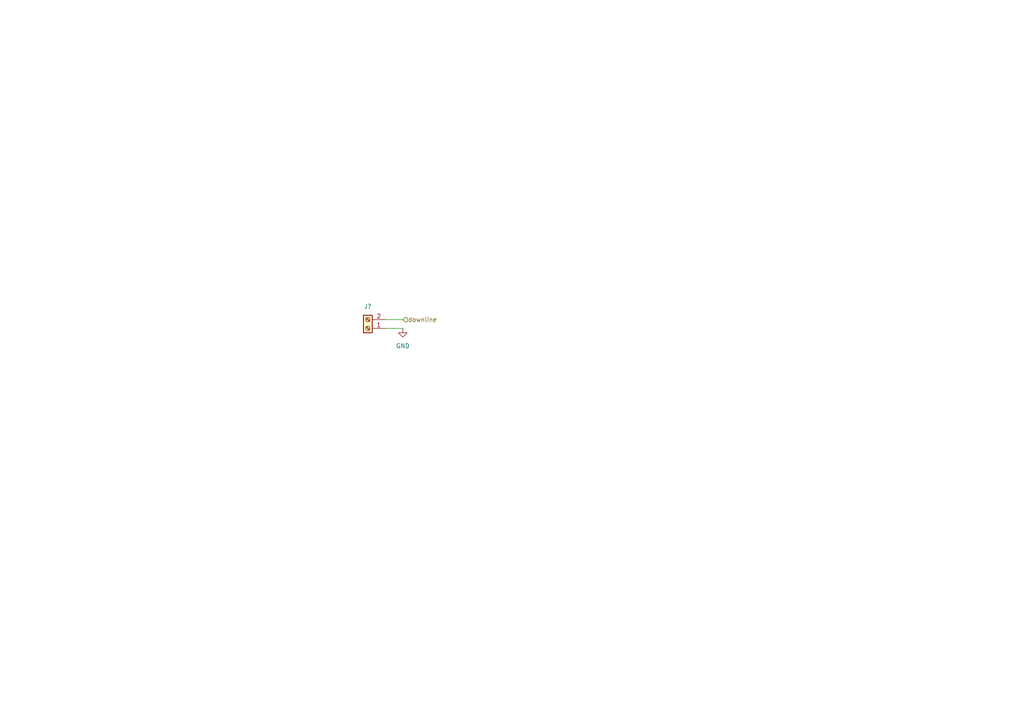
<source format=kicad_sch>
(kicad_sch (version 20230121) (generator eeschema)
  (paper "A4")
  (lib_symbols
    (symbol "Connector:Screw_Terminal_01x02" (pin_names (offset 1.016) hide)
      (property "Reference" "J" (at 0 2.54 0))
      (property "Value" "Screw_Terminal_01x02" (at 0 -5.08 0))
      (symbol "Screw_Terminal_01x02_1_1"
        (rectangle (start -1.27 1.27) (end 1.27 -3.81) (stroke (width 0.254)) (fill (type background)))
        (circle (center 0 -2.54) (radius 0.635) (stroke (width 0.1524)))
        (polyline (pts (xy -0.5334 -2.2098) (xy 0.3302 -3.048)) (stroke (width 0.1524)))
        (polyline (pts (xy -0.5334 0.3302) (xy 0.3302 -0.508)) (stroke (width 0.1524)))
        (polyline (pts (xy -0.3556 -2.032) (xy 0.508 -2.8702)) (stroke (width 0.1524)))
        (polyline (pts (xy -0.3556 0.508) (xy 0.508 -0.3302)) (stroke (width 0.1524)))
        (circle (center 0 0) (radius 0.635) (stroke (width 0.1524)))
        (pin passive line (at -5.08 0 0) (length 3.81) (name "Pin_1") (number "1"))
        (pin passive line (at -5.08 -2.54 0) (length 3.81) (name "Pin_2") (number "2"))
      )
    )
    (symbol "power:GND" (power) (pin_names (offset 0))
      (property "Value" "GND" (at 0 -3.81 0))
      (symbol "GND_0_1"
        (polyline (pts (xy 0 0) (xy 0 -1.27) (xy 1.27 -1.27) (xy 0 -2.54) (xy -1.27 -1.27) (xy 0 -1.27)))
      )
      (symbol "GND_1_1"
        (pin power_in line (at 0 0 270) (length 0) hide (name "GND") (number "1"))
      )
    )
  )
  (wire (pts (xy 111.76 92.71) (xy 116.84 92.71)))
  (wire (pts (xy 111.76 95.25) (xy 116.84 95.25)))
  (hierarchical_label "downline" (shape input) (at 116.84 92.71 0))
  (symbol (lib_id "power:GND") (at 116.84 95.25 0) (unit 1)
    (property "Reference" "#PWR0701" (effects hide))
    (property "Value" "GND" (at 116.84 100.33 0))
  )
  (symbol (lib_id "Connector:Screw_Terminal_01x02") (at 106.68 95.25 180) (unit 1)
    (property "Reference" "J?" (at 106.68 88.9 0))
    (property "Value" "Screw_Terminal_01x02" (effects hide))
  )
)
</source>
